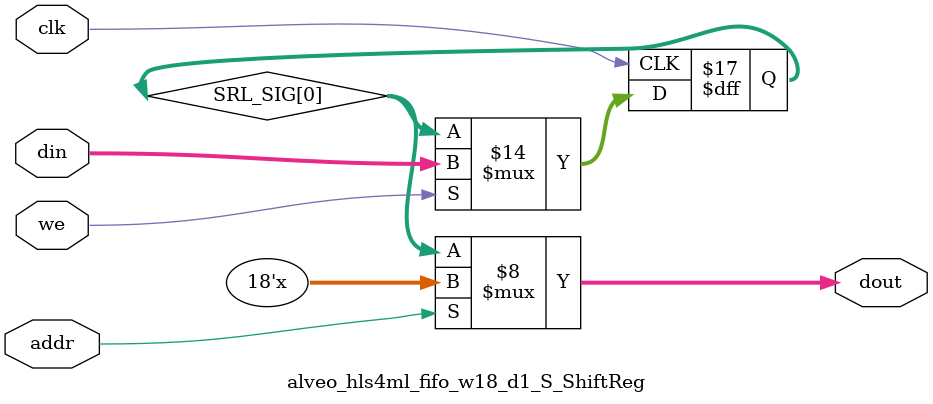
<source format=v>

`timescale 1 ns / 1 ps

module alveo_hls4ml_fifo_w18_d1_S
#(parameter
    MEM_STYLE   = "shiftReg",
    DATA_WIDTH  = 18,
    ADDR_WIDTH  = 1,
    DEPTH       = 1)
(
    // system signal
    input  wire                  clk,
    input  wire                  reset,

    // write
    output wire                  if_full_n,
    input  wire                  if_write_ce,
    input  wire                  if_write,
    input  wire [DATA_WIDTH-1:0] if_din,
    
    // read 
    output wire [ADDR_WIDTH:0]   if_num_data_valid, // for FRP
    output wire [ADDR_WIDTH:0]   if_fifo_cap,       // for FRP
    output wire                  if_empty_n,
    input  wire                  if_read_ce,
    input  wire                  if_read,
    output wire [DATA_WIDTH-1:0] if_dout
);
//------------------------Parameter----------------------

//------------------------Local signal-------------------
wire [ADDR_WIDTH-1:0] addr;
wire                  push;
wire                  pop;
reg signed [ADDR_WIDTH:0]   mOutPtr;
reg                   empty_n = 1'b0;
reg                   full_n  = 1'b1;
// with almost full?  no 
//------------------------Instantiation------------------
alveo_hls4ml_fifo_w18_d1_S_ShiftReg 
#(  .DATA_WIDTH (DATA_WIDTH),
    .ADDR_WIDTH (ADDR_WIDTH),
    .DEPTH      (DEPTH))
U_alveo_hls4ml_fifo_w18_d1_S_ShiftReg (
    .clk        (clk),
    .we         (push),
    .addr       (addr),
    .din        (if_din),
    .dout       (if_dout)
);
//------------------------Task and function--------------

//------------------------Body---------------------------
// has num_data_valid ? 
assign if_num_data_valid = mOutPtr + 1'b1; // yes
assign if_fifo_cap = DEPTH; // yes 

// has almost full ? 
assign if_full_n  = full_n; //no 
assign if_empty_n = empty_n;

assign push = (if_write & if_write_ce) & full_n;
assign pop  = (if_read & if_read_ce) & empty_n;
assign addr = mOutPtr[ADDR_WIDTH] == 1'b0 ? mOutPtr[ADDR_WIDTH-1:0]:{ADDR_WIDTH{1'b0}};

// full_n
always @(posedge clk ) begin
    if (reset == 1'b1)
        full_n <= 1'b1;
    else if (push & ~pop) begin
        if (mOutPtr == DEPTH - 2)
            full_n <= 1'b0;
    end
    else if (~push & pop)
        full_n <= 1'b1;
end

// almost_full_n 

// empty_n
always @(posedge clk ) begin
    if (reset == 1'b1)
        empty_n <= 1'b0;
    else if (push & ~pop)
        empty_n <= 1'b1;
    else if (~push & pop) begin
        if (mOutPtr == 0)
            empty_n <= 1'b0;
    end
end

// mOutPtr
always @(posedge clk ) begin
    if (reset == 1'b1)
        mOutPtr <= {ADDR_WIDTH+1{1'b1}};
    else if (push & ~pop)
        mOutPtr <= mOutPtr + 1'b1;
    else if (~push & pop)
        mOutPtr <= mOutPtr - 1'b1;
end

endmodule  


module alveo_hls4ml_fifo_w18_d1_S_ShiftReg
#(parameter
    DATA_WIDTH  = 18,
    ADDR_WIDTH  = 1,
    DEPTH       = 1)
(
    input  wire                  clk,
    input  wire                  we,
    input  wire [ADDR_WIDTH-1:0] addr,
    input  wire [DATA_WIDTH-1:0] din,
    output wire [DATA_WIDTH-1:0] dout
);

reg [DATA_WIDTH-1:0] SRL_SIG [0:DEPTH-1];
integer i;

always @ (posedge clk) begin
    if (we) begin
        for (i=0; i<DEPTH-1; i=i+1)
            SRL_SIG[i+1] <= SRL_SIG[i];
        SRL_SIG[0] <= din;
    end
end

assign dout = SRL_SIG[addr];

endmodule

</source>
